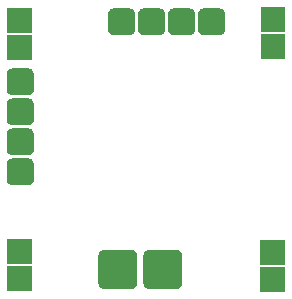
<source format=gbs>
G04 DipTrace Beta 2.3.5.2*
%INLulfroMiniBrush.GBS*%
%MOIN*%
%FSLAX44Y44*%
G04*
G70*
G90*
G75*
G01*
%LNBotMask*%
%LPD*%
G36*
X776Y3618D2*
X224D1*
X207D1*
X190Y3621D1*
X172Y3626D1*
X156Y3632D1*
X140Y3640D1*
X125Y3650D1*
X111Y3661D1*
X99Y3674D1*
X87Y3688D1*
X78Y3702D1*
X70Y3718D1*
X63Y3735D1*
X59Y3752D1*
X56Y3770D1*
X55Y3787D1*
Y4338D1*
X56Y4355D1*
X59Y4373D1*
X63Y4390D1*
X70Y4407D1*
X78Y4423D1*
X87Y4437D1*
X99Y4451D1*
X111Y4464D1*
X125Y4475D1*
X140Y4485D1*
X156Y4493D1*
X172Y4499D1*
X190Y4504D1*
X207Y4507D1*
X224Y4508D1*
X776D1*
X793Y4507D1*
X810Y4504D1*
X828Y4499D1*
X844Y4493D1*
X860Y4485D1*
X875Y4475D1*
X889Y4464D1*
X901Y4451D1*
X913Y4437D1*
X922Y4423D1*
X930Y4407D1*
X937Y4390D1*
X941Y4373D1*
X944Y4355D1*
X945Y4338D1*
Y3787D1*
X944Y3770D1*
X941Y3752D1*
X937Y3735D1*
X930Y3718D1*
X922Y3702D1*
X913Y3688D1*
X901Y3674D1*
X889Y3661D1*
X875Y3650D1*
X860Y3640D1*
X844Y3632D1*
X828Y3626D1*
X810Y3621D1*
X793Y3618D1*
X776D1*
G37*
G36*
X945Y5338D2*
Y4787D1*
X944Y4770D1*
X941Y4752D1*
X937Y4735D1*
X930Y4718D1*
X922Y4702D1*
X913Y4688D1*
X901Y4674D1*
X889Y4661D1*
X875Y4650D1*
X860Y4640D1*
X844Y4632D1*
X828Y4626D1*
X810Y4621D1*
X793Y4618D1*
X776D1*
X224D1*
X207D1*
X190Y4621D1*
X172Y4626D1*
X156Y4632D1*
X140Y4640D1*
X125Y4650D1*
X111Y4661D1*
X99Y4674D1*
X87Y4688D1*
X78Y4702D1*
X70Y4718D1*
X63Y4735D1*
X59Y4752D1*
X56Y4770D1*
X55Y4787D1*
Y5338D1*
X56Y5355D1*
X59Y5373D1*
X63Y5390D1*
X70Y5407D1*
X78Y5423D1*
X87Y5437D1*
X99Y5451D1*
X111Y5464D1*
X125Y5475D1*
X140Y5485D1*
X156Y5493D1*
X172Y5499D1*
X190Y5504D1*
X207Y5507D1*
X224Y5508D1*
X776D1*
X793Y5507D1*
X810Y5504D1*
X828Y5499D1*
X844Y5493D1*
X860Y5485D1*
X875Y5475D1*
X889Y5464D1*
X901Y5451D1*
X913Y5437D1*
X922Y5423D1*
X930Y5407D1*
X937Y5390D1*
X941Y5373D1*
X944Y5355D1*
X945Y5338D1*
G37*
G36*
X224Y5618D2*
X776D1*
X793D1*
X810Y5621D1*
X828Y5626D1*
X844Y5632D1*
X860Y5640D1*
X875Y5650D1*
X889Y5661D1*
X901Y5674D1*
X913Y5688D1*
X922Y5702D1*
X930Y5718D1*
X937Y5735D1*
X941Y5752D1*
X944Y5770D1*
X945Y5787D1*
Y6338D1*
X944Y6355D1*
X941Y6373D1*
X937Y6390D1*
X930Y6407D1*
X922Y6423D1*
X913Y6437D1*
X901Y6451D1*
X889Y6464D1*
X875Y6475D1*
X860Y6485D1*
X844Y6493D1*
X828Y6499D1*
X810Y6504D1*
X793Y6507D1*
X776Y6508D1*
X224D1*
X207Y6507D1*
X190Y6504D1*
X172Y6499D1*
X156Y6493D1*
X140Y6485D1*
X125Y6475D1*
X111Y6464D1*
X99Y6451D1*
X87Y6437D1*
X78Y6423D1*
X70Y6407D1*
X63Y6390D1*
X59Y6373D1*
X56Y6355D1*
X55Y6338D1*
Y5787D1*
X56Y5770D1*
X59Y5752D1*
X63Y5735D1*
X70Y5718D1*
X78Y5702D1*
X87Y5688D1*
X99Y5674D1*
X111Y5661D1*
X125Y5650D1*
X140Y5640D1*
X156Y5632D1*
X172Y5626D1*
X190Y5621D1*
X207Y5618D1*
X224D1*
G37*
G36*
X945Y6787D2*
Y7338D1*
X944Y7355D1*
X941Y7373D1*
X937Y7390D1*
X930Y7407D1*
X922Y7423D1*
X913Y7437D1*
X901Y7451D1*
X889Y7464D1*
X875Y7475D1*
X860Y7485D1*
X844Y7493D1*
X828Y7499D1*
X810Y7504D1*
X793Y7507D1*
X776Y7508D1*
X224D1*
X207Y7507D1*
X190Y7504D1*
X172Y7499D1*
X156Y7493D1*
X140Y7485D1*
X125Y7475D1*
X111Y7464D1*
X99Y7451D1*
X87Y7437D1*
X78Y7423D1*
X70Y7407D1*
X63Y7390D1*
X59Y7373D1*
X56Y7355D1*
X55Y7338D1*
Y6787D1*
X56Y6770D1*
X59Y6752D1*
X63Y6735D1*
X70Y6718D1*
X78Y6702D1*
X87Y6688D1*
X99Y6674D1*
X111Y6661D1*
X125Y6650D1*
X140Y6640D1*
X156Y6632D1*
X172Y6626D1*
X190Y6621D1*
X207Y6618D1*
X224D1*
X776D1*
X793D1*
X810Y6621D1*
X828Y6626D1*
X844Y6632D1*
X860Y6640D1*
X875Y6650D1*
X889Y6661D1*
X901Y6674D1*
X913Y6688D1*
X922Y6702D1*
X930Y6718D1*
X937Y6735D1*
X941Y6752D1*
X944Y6770D1*
X945Y6787D1*
G37*
G36*
X3430Y8787D2*
Y9338D1*
X3431Y9355D1*
X3434Y9373D1*
X3438Y9390D1*
X3445Y9407D1*
X3453Y9423D1*
X3462Y9437D1*
X3474Y9451D1*
X3486Y9464D1*
X3500Y9475D1*
X3515Y9485D1*
X3531Y9493D1*
X3547Y9499D1*
X3565Y9504D1*
X3582Y9507D1*
X3599Y9508D1*
X4151D1*
X4168Y9507D1*
X4185Y9504D1*
X4203Y9499D1*
X4219Y9493D1*
X4235Y9485D1*
X4250Y9475D1*
X4264Y9464D1*
X4276Y9451D1*
X4288Y9437D1*
X4297Y9423D1*
X4305Y9407D1*
X4312Y9390D1*
X4316Y9373D1*
X4319Y9355D1*
X4320Y9338D1*
Y8787D1*
X4319Y8770D1*
X4316Y8752D1*
X4312Y8735D1*
X4305Y8718D1*
X4297Y8702D1*
X4288Y8688D1*
X4276Y8674D1*
X4264Y8661D1*
X4250Y8650D1*
X4235Y8640D1*
X4219Y8632D1*
X4203Y8626D1*
X4185Y8621D1*
X4168Y8618D1*
X4151D1*
X3599D1*
X3582D1*
X3565Y8621D1*
X3547Y8626D1*
X3531Y8632D1*
X3515Y8640D1*
X3500Y8650D1*
X3486Y8661D1*
X3474Y8674D1*
X3462Y8688D1*
X3453Y8702D1*
X3445Y8718D1*
X3438Y8735D1*
X3434Y8752D1*
X3431Y8770D1*
X3430Y8787D1*
G37*
G36*
X5151Y8618D2*
X4599D1*
X4582D1*
X4565Y8621D1*
X4547Y8626D1*
X4531Y8632D1*
X4515Y8640D1*
X4500Y8650D1*
X4486Y8661D1*
X4474Y8674D1*
X4462Y8688D1*
X4453Y8702D1*
X4445Y8718D1*
X4438Y8735D1*
X4434Y8752D1*
X4431Y8770D1*
X4430Y8787D1*
Y9338D1*
X4431Y9355D1*
X4434Y9373D1*
X4438Y9390D1*
X4445Y9407D1*
X4453Y9423D1*
X4462Y9437D1*
X4474Y9451D1*
X4486Y9464D1*
X4500Y9475D1*
X4515Y9485D1*
X4531Y9493D1*
X4547Y9499D1*
X4565Y9504D1*
X4582Y9507D1*
X4599Y9508D1*
X5151D1*
X5168Y9507D1*
X5185Y9504D1*
X5203Y9499D1*
X5219Y9493D1*
X5235Y9485D1*
X5250Y9475D1*
X5264Y9464D1*
X5276Y9451D1*
X5288Y9437D1*
X5297Y9423D1*
X5305Y9407D1*
X5312Y9390D1*
X5316Y9373D1*
X5319Y9355D1*
X5320Y9338D1*
Y8787D1*
X5319Y8770D1*
X5316Y8752D1*
X5312Y8735D1*
X5305Y8718D1*
X5297Y8702D1*
X5288Y8688D1*
X5276Y8674D1*
X5264Y8661D1*
X5250Y8650D1*
X5235Y8640D1*
X5219Y8632D1*
X5203Y8626D1*
X5185Y8621D1*
X5168Y8618D1*
X5151D1*
G37*
G36*
X5430Y9338D2*
Y8787D1*
X5431Y8770D1*
X5434Y8752D1*
X5438Y8735D1*
X5445Y8718D1*
X5453Y8702D1*
X5462Y8688D1*
X5474Y8674D1*
X5486Y8661D1*
X5500Y8650D1*
X5515Y8640D1*
X5531Y8632D1*
X5547Y8626D1*
X5565Y8621D1*
X5582Y8618D1*
X5599D1*
X6151D1*
X6168D1*
X6185Y8621D1*
X6203Y8626D1*
X6219Y8632D1*
X6235Y8640D1*
X6250Y8650D1*
X6264Y8661D1*
X6276Y8674D1*
X6288Y8688D1*
X6297Y8702D1*
X6305Y8718D1*
X6312Y8735D1*
X6316Y8752D1*
X6319Y8770D1*
X6320Y8787D1*
Y9338D1*
X6319Y9355D1*
X6316Y9373D1*
X6312Y9390D1*
X6305Y9407D1*
X6297Y9423D1*
X6288Y9437D1*
X6276Y9451D1*
X6264Y9464D1*
X6250Y9475D1*
X6235Y9485D1*
X6219Y9493D1*
X6203Y9499D1*
X6185Y9504D1*
X6168Y9507D1*
X6151Y9508D1*
X5599D1*
X5582Y9507D1*
X5565Y9504D1*
X5547Y9499D1*
X5531Y9493D1*
X5515Y9485D1*
X5500Y9475D1*
X5486Y9464D1*
X5474Y9451D1*
X5462Y9437D1*
X5453Y9423D1*
X5445Y9407D1*
X5438Y9390D1*
X5434Y9373D1*
X5431Y9355D1*
X5430Y9338D1*
G37*
G36*
X6599Y8618D2*
X7151D1*
X7168D1*
X7185Y8621D1*
X7203Y8626D1*
X7219Y8632D1*
X7235Y8640D1*
X7250Y8650D1*
X7264Y8661D1*
X7276Y8674D1*
X7288Y8688D1*
X7297Y8702D1*
X7305Y8718D1*
X7312Y8735D1*
X7316Y8752D1*
X7319Y8770D1*
X7320Y8787D1*
Y9338D1*
X7319Y9355D1*
X7316Y9373D1*
X7312Y9390D1*
X7305Y9407D1*
X7297Y9423D1*
X7288Y9437D1*
X7276Y9451D1*
X7264Y9464D1*
X7250Y9475D1*
X7235Y9485D1*
X7219Y9493D1*
X7203Y9499D1*
X7185Y9504D1*
X7168Y9507D1*
X7151Y9508D1*
X6599D1*
X6582Y9507D1*
X6565Y9504D1*
X6547Y9499D1*
X6531Y9493D1*
X6515Y9485D1*
X6500Y9475D1*
X6486Y9464D1*
X6474Y9451D1*
X6462Y9437D1*
X6453Y9423D1*
X6445Y9407D1*
X6438Y9390D1*
X6434Y9373D1*
X6431Y9355D1*
X6430Y9338D1*
Y8787D1*
X6431Y8770D1*
X6434Y8752D1*
X6438Y8735D1*
X6445Y8718D1*
X6453Y8702D1*
X6462Y8688D1*
X6474Y8674D1*
X6486Y8661D1*
X6500Y8650D1*
X6515Y8640D1*
X6531Y8632D1*
X6547Y8626D1*
X6565Y8621D1*
X6582Y8618D1*
X6599D1*
G37*
G36*
X4605Y337D2*
Y1288D1*
X4606Y1305D1*
X4609Y1323D1*
X4613Y1340D1*
X4620Y1357D1*
X4628Y1373D1*
X4637Y1387D1*
X4649Y1401D1*
X4661Y1414D1*
X4675Y1425D1*
X4690Y1435D1*
X4706Y1443D1*
X4722Y1449D1*
X4740Y1454D1*
X4757Y1457D1*
X4774D1*
X5726D1*
X5743D1*
X5760Y1454D1*
X5778Y1449D1*
X5794Y1443D1*
X5810Y1435D1*
X5825Y1425D1*
X5839Y1414D1*
X5851Y1401D1*
X5863Y1387D1*
X5872Y1373D1*
X5880Y1357D1*
X5887Y1340D1*
X5891Y1323D1*
X5894Y1305D1*
X5895Y1288D1*
Y337D1*
X5894Y320D1*
X5891Y302D1*
X5887Y285D1*
X5880Y268D1*
X5872Y252D1*
X5863Y238D1*
X5851Y224D1*
X5839Y211D1*
X5825Y200D1*
X5810Y190D1*
X5794Y182D1*
X5778Y176D1*
X5760Y171D1*
X5743Y168D1*
X5726Y167D1*
X4774D1*
X4757Y168D1*
X4740Y171D1*
X4722Y176D1*
X4706Y182D1*
X4690Y190D1*
X4675Y200D1*
X4661Y211D1*
X4649Y224D1*
X4637Y238D1*
X4628Y252D1*
X4620Y268D1*
X4613Y285D1*
X4609Y302D1*
X4606Y320D1*
X4605Y337D1*
G37*
G36*
X4395D2*
Y1288D1*
X4394Y1305D1*
X4391Y1323D1*
X4387Y1340D1*
X4380Y1357D1*
X4372Y1373D1*
X4363Y1387D1*
X4351Y1401D1*
X4339Y1414D1*
X4325Y1425D1*
X4310Y1435D1*
X4294Y1443D1*
X4278Y1449D1*
X4260Y1454D1*
X4243Y1457D1*
X4226D1*
X3274D1*
X3257D1*
X3240Y1454D1*
X3222Y1449D1*
X3206Y1443D1*
X3190Y1435D1*
X3175Y1425D1*
X3161Y1414D1*
X3149Y1401D1*
X3137Y1387D1*
X3128Y1373D1*
X3120Y1357D1*
X3113Y1340D1*
X3109Y1323D1*
X3106Y1305D1*
X3105Y1288D1*
Y337D1*
X3106Y320D1*
X3109Y302D1*
X3113Y285D1*
X3120Y268D1*
X3128Y252D1*
X3137Y238D1*
X3149Y224D1*
X3161Y211D1*
X3175Y200D1*
X3190Y190D1*
X3206Y182D1*
X3222Y176D1*
X3240Y171D1*
X3257Y168D1*
X3274Y167D1*
X4226D1*
X4243Y168D1*
X4260Y171D1*
X4278Y176D1*
X4294Y182D1*
X4310Y190D1*
X4325Y200D1*
X4339Y211D1*
X4351Y224D1*
X4363Y238D1*
X4372Y252D1*
X4380Y268D1*
X4387Y285D1*
X4391Y302D1*
X4394Y320D1*
X4395Y337D1*
G37*
G36*
X8511Y8667D2*
X9339D1*
Y7839D1*
X8511D1*
Y8667D1*
G37*
G36*
X9335Y8736D2*
X8507D1*
Y9564D1*
X9335D1*
Y8736D1*
G37*
G36*
X61Y8617D2*
X889D1*
Y7789D1*
X61D1*
Y8617D1*
G37*
G36*
X885Y8686D2*
X57D1*
Y9514D1*
X885D1*
Y8686D1*
G37*
G36*
X9314Y958D2*
X8486D1*
Y1786D1*
X9314D1*
Y958D1*
G37*
G36*
X8490Y889D2*
X9318D1*
Y61D1*
X8490D1*
Y889D1*
G37*
G36*
X889Y983D2*
X61D1*
Y1811D1*
X889D1*
Y983D1*
G37*
G36*
X65Y914D2*
X893D1*
Y86D1*
X65D1*
Y914D1*
G37*
M02*

</source>
